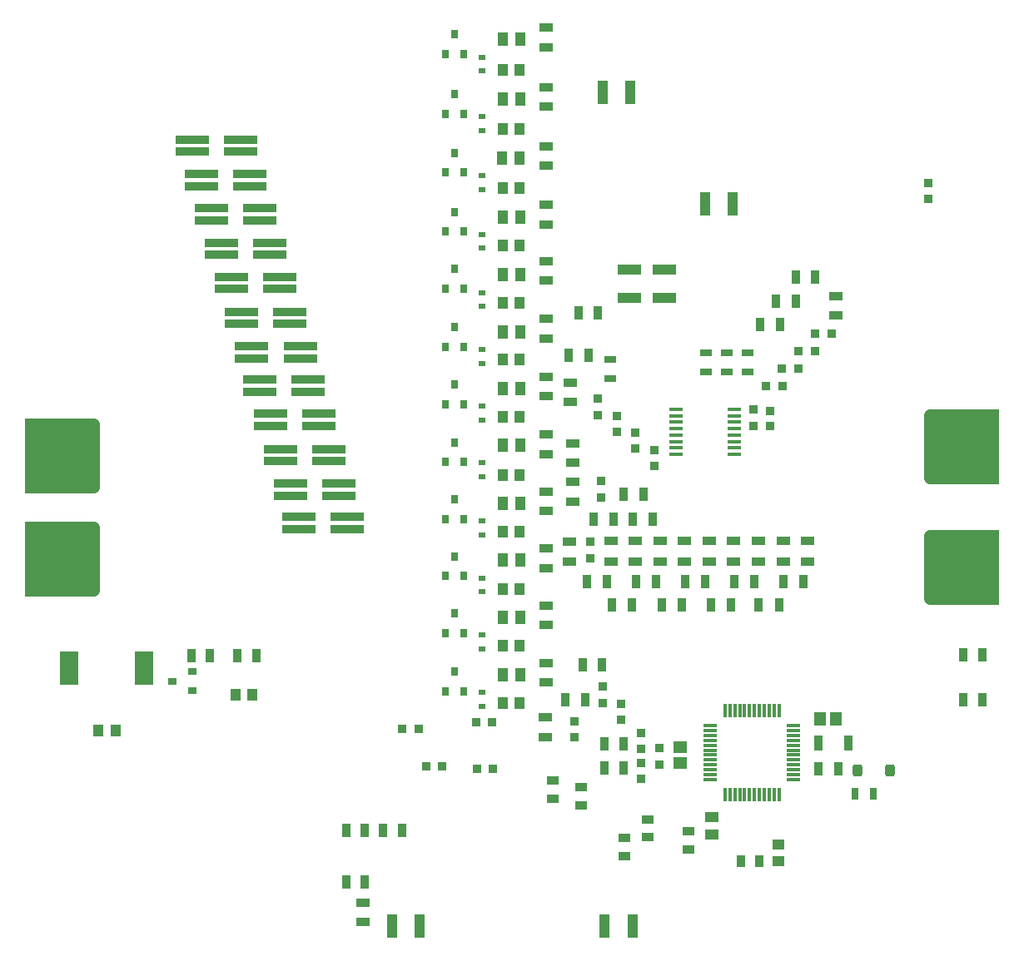
<source format=gtp>
G04 #@! TF.GenerationSoftware,KiCad,Pcbnew,7.0.10*
G04 #@! TF.CreationDate,2025-07-14T05:46:52-04:00*
G04 #@! TF.ProjectId,bms-board,626d732d-626f-4617-9264-2e6b69636164,rev?*
G04 #@! TF.SameCoordinates,Original*
G04 #@! TF.FileFunction,Paste,Top*
G04 #@! TF.FilePolarity,Positive*
%FSLAX46Y46*%
G04 Gerber Fmt 4.6, Leading zero omitted, Abs format (unit mm)*
G04 Created by KiCad (PCBNEW 7.0.10) date 2025-07-14 05:46:52*
%MOMM*%
%LPD*%
G01*
G04 APERTURE LIST*
G04 Aperture macros list*
%AMRoundRect*
0 Rectangle with rounded corners*
0 $1 Rounding radius*
0 $2 $3 $4 $5 $6 $7 $8 $9 X,Y pos of 4 corners*
0 Add a 4 corners polygon primitive as box body*
4,1,4,$2,$3,$4,$5,$6,$7,$8,$9,$2,$3,0*
0 Add four circle primitives for the rounded corners*
1,1,$1+$1,$2,$3*
1,1,$1+$1,$4,$5*
1,1,$1+$1,$6,$7*
1,1,$1+$1,$8,$9*
0 Add four rect primitives between the rounded corners*
20,1,$1+$1,$2,$3,$4,$5,0*
20,1,$1+$1,$4,$5,$6,$7,0*
20,1,$1+$1,$6,$7,$8,$9,0*
20,1,$1+$1,$8,$9,$2,$3,0*%
%AMFreePoly0*
4,1,19,-3.850000,3.850000,3.850000,3.850000,3.850000,-3.080000,3.834092,-3.235708,3.777857,-3.405416,3.684000,-3.557581,3.557581,-3.684000,3.405416,-3.777857,3.235708,-3.834092,3.080000,-3.850000,-3.080000,-3.850000,-3.235708,-3.834092,-3.405416,-3.777857,-3.557581,-3.684000,-3.684000,-3.557581,-3.777857,-3.405416,-3.834092,-3.235708,-3.850000,-3.080000,-3.850000,3.850000,-3.850000,3.850000,
$1*%
G04 Aperture macros list end*
%ADD10R,1.450000X0.950000*%
%ADD11R,1.397000X0.863600*%
%ADD12R,0.700000X1.300000*%
%ADD13R,0.863600X1.397000*%
%ADD14R,0.950000X1.450000*%
%ADD15R,3.352800X0.903200*%
%ADD16R,0.700000X0.600000*%
%ADD17R,1.016000X1.193800*%
%ADD18R,0.300000X1.475000*%
%ADD19R,1.475000X0.300000*%
%ADD20R,0.863600X1.244600*%
%ADD21R,2.489200X1.066800*%
%ADD22FreePoly0,90.000000*%
%ADD23R,0.965200X1.346200*%
%ADD24R,0.800000X0.900000*%
%ADD25R,1.244600X0.863600*%
%ADD26R,1.000000X1.400000*%
%ADD27R,0.889000X0.863600*%
%ADD28R,0.900000X0.800000*%
%ADD29R,0.920000X1.380000*%
%ADD30R,0.863600X0.889000*%
%ADD31RoundRect,0.242500X-0.242500X-0.367500X0.242500X-0.367500X0.242500X0.367500X-0.242500X0.367500X0*%
%ADD32R,1.470000X1.110000*%
%ADD33R,1.066800X2.489200*%
%ADD34R,1.300000X0.700000*%
%ADD35R,0.930000X0.890000*%
%ADD36R,1.409700X0.355600*%
%ADD37R,1.449997X1.305598*%
%ADD38R,1.193800X1.016000*%
%ADD39R,1.854200X3.403600*%
%ADD40R,0.855600X1.600000*%
%ADD41R,1.305598X1.449997*%
%ADD42R,1.380000X0.920000*%
%ADD43FreePoly0,270.000000*%
G04 APERTURE END LIST*
D10*
X139300000Y-122600000D03*
X139300000Y-120600000D03*
D11*
X148500000Y-102642600D03*
X148500000Y-104700000D03*
D12*
X170800000Y-128360000D03*
X172700000Y-128360000D03*
D13*
X161042600Y-109171300D03*
X163100000Y-109171300D03*
D14*
X161200000Y-80600000D03*
X163200000Y-80600000D03*
D10*
X139401800Y-87900000D03*
X139401800Y-85900000D03*
D14*
X141400000Y-118800000D03*
X143400000Y-118800000D03*
D15*
X107400000Y-77000000D03*
X107400000Y-75744200D03*
D16*
X132850900Y-107800000D03*
X132850900Y-106400000D03*
D17*
X136701800Y-78400000D03*
X135000000Y-78400000D03*
D18*
X163100000Y-119924000D03*
X162600000Y-119924000D03*
X162100000Y-119924000D03*
X161600000Y-119924000D03*
X161100000Y-119924000D03*
X160600000Y-119924000D03*
X160100000Y-119924000D03*
X159600000Y-119924000D03*
X159100000Y-119924000D03*
X158600000Y-119924000D03*
X158100000Y-119924000D03*
X157600000Y-119924000D03*
D19*
X156112000Y-121412000D03*
X156112000Y-121912000D03*
X156112000Y-122412000D03*
X156112000Y-122912000D03*
X156112000Y-123412000D03*
X156112000Y-123912000D03*
X156112000Y-124412000D03*
X156112000Y-124912000D03*
X156112000Y-125412000D03*
X156112000Y-125912000D03*
X156112000Y-126412000D03*
X156112000Y-126912000D03*
D18*
X157600000Y-128400000D03*
X158100000Y-128400000D03*
X158600000Y-128400000D03*
X159100000Y-128400000D03*
X159600000Y-128400000D03*
X160100000Y-128400000D03*
X160600000Y-128400000D03*
X161100000Y-128400000D03*
X161600000Y-128400000D03*
X162100000Y-128400000D03*
X162600000Y-128400000D03*
X163100000Y-128400000D03*
D19*
X164588000Y-126912000D03*
X164588000Y-126412000D03*
X164588000Y-125912000D03*
X164588000Y-125412000D03*
X164588000Y-124912000D03*
X164588000Y-124412000D03*
X164588000Y-123912000D03*
X164588000Y-123412000D03*
X164588000Y-122912000D03*
X164588000Y-122412000D03*
X164588000Y-121912000D03*
X164588000Y-121412000D03*
D20*
X161054200Y-135200000D03*
X159200000Y-135200000D03*
D14*
X147300000Y-125700000D03*
X145300000Y-125700000D03*
D21*
X147911200Y-75055200D03*
X147911200Y-77900000D03*
D10*
X168900000Y-77700000D03*
X168900000Y-79700000D03*
D21*
X151400000Y-75055200D03*
X151400000Y-77900000D03*
D22*
X90200000Y-104450000D03*
X90200000Y-93950000D03*
D13*
X146300000Y-100400000D03*
X144242600Y-100400000D03*
D15*
X103400000Y-63027900D03*
X103400000Y-61772100D03*
X117300000Y-94527900D03*
X117300000Y-93272100D03*
D23*
X119100000Y-132100000D03*
X120954200Y-132100000D03*
D15*
X113300000Y-80555800D03*
X113300000Y-79300000D03*
D24*
X129151600Y-112000000D03*
X131052000Y-112000000D03*
X130101800Y-110000000D03*
D25*
X153900000Y-132145800D03*
X153900000Y-134000000D03*
D26*
X135000000Y-104600000D03*
X136800000Y-104600000D03*
D27*
X142300000Y-122625500D03*
X142300000Y-120974500D03*
D15*
X115200000Y-87427900D03*
X115200000Y-86172100D03*
D28*
X103400000Y-117850200D03*
X103400000Y-115949800D03*
X101400000Y-116900000D03*
D29*
X183755000Y-114200000D03*
X181845000Y-114200000D03*
D13*
X149357400Y-97900000D03*
X147300000Y-97900000D03*
D30*
X126437500Y-121775000D03*
X124786500Y-121775000D03*
D15*
X111300000Y-73527900D03*
X111300000Y-72272100D03*
D10*
X139401800Y-105400000D03*
X139401800Y-103400000D03*
D31*
X171060000Y-125960000D03*
X174340000Y-125960000D03*
D14*
X162800000Y-78200000D03*
X164800000Y-78200000D03*
D25*
X140100000Y-127000000D03*
X140100000Y-128854200D03*
D13*
X146100000Y-109171300D03*
X148157400Y-109171300D03*
D26*
X135000000Y-110400000D03*
X136800000Y-110400000D03*
D10*
X139401800Y-82051000D03*
X139401800Y-80051000D03*
D17*
X109500000Y-118300000D03*
X107798200Y-118300000D03*
D23*
X119072900Y-137300000D03*
X120927100Y-137300000D03*
D27*
X145000000Y-98200000D03*
X145000000Y-96549000D03*
D11*
X151000000Y-102642600D03*
X151000000Y-104700000D03*
D27*
X150400000Y-95025500D03*
X150400000Y-93374500D03*
D14*
X142700000Y-79400000D03*
X144700000Y-79400000D03*
D32*
X156300000Y-130700000D03*
X156300000Y-132500000D03*
D16*
X132850900Y-113600000D03*
X132850900Y-112200000D03*
D25*
X149700000Y-132800000D03*
X149700000Y-130945800D03*
D10*
X139401800Y-111200000D03*
X139401800Y-109200000D03*
D17*
X136701800Y-119125000D03*
X135000000Y-119125000D03*
D15*
X109400000Y-84055800D03*
X109400000Y-82800000D03*
D27*
X148500000Y-93251000D03*
X148500000Y-91600000D03*
D26*
X135000000Y-75551000D03*
X136800000Y-75551000D03*
D13*
X163542600Y-106771300D03*
X165600000Y-106771300D03*
D14*
X164800000Y-75800000D03*
X166800000Y-75800000D03*
D17*
X136701800Y-84200000D03*
X135000000Y-84200000D03*
D26*
X135000000Y-51600000D03*
X136800000Y-51600000D03*
D29*
X183755000Y-118800000D03*
X181845000Y-118800000D03*
D13*
X148542600Y-106771300D03*
X150600000Y-106771300D03*
D16*
X132850900Y-119425000D03*
X132850900Y-118025000D03*
D11*
X158500000Y-102642600D03*
X158500000Y-104700000D03*
D10*
X141900000Y-88500000D03*
X141900000Y-86500000D03*
X139401800Y-64451000D03*
X139401800Y-62451000D03*
D17*
X136701800Y-113300000D03*
X135000000Y-113300000D03*
D33*
X126572400Y-141800000D03*
X123727600Y-141800000D03*
D11*
X153500000Y-102642600D03*
X153500000Y-104700000D03*
D15*
X104400000Y-66527900D03*
X104400000Y-65272100D03*
D24*
X129151600Y-117925000D03*
X131052000Y-117925000D03*
X130101800Y-115925000D03*
D15*
X108400000Y-80555800D03*
X108400000Y-79300000D03*
D25*
X147400000Y-132845800D03*
X147400000Y-134700000D03*
D34*
X155700000Y-85411000D03*
X155700000Y-83511000D03*
D27*
X150900000Y-123700000D03*
X150900000Y-125351000D03*
D26*
X135000000Y-81351000D03*
X136800000Y-81351000D03*
D11*
X146000000Y-102642600D03*
X146000000Y-104700000D03*
D33*
X145155200Y-57000000D03*
X148000000Y-57000000D03*
D26*
X135001800Y-116225000D03*
X136801800Y-116225000D03*
X135000000Y-69651000D03*
X136800000Y-69651000D03*
D15*
X114400000Y-84055800D03*
X114400000Y-82800000D03*
D24*
X129151600Y-59151000D03*
X131052000Y-59151000D03*
X130101800Y-57151000D03*
D17*
X136701800Y-101700000D03*
X135000000Y-101700000D03*
D10*
X139401800Y-70451000D03*
X139401800Y-68451000D03*
D13*
X156142600Y-109171300D03*
X158200000Y-109171300D03*
D14*
X169100000Y-125800000D03*
X167100000Y-125800000D03*
D15*
X112400000Y-94527900D03*
X112400000Y-93272100D03*
D27*
X145200000Y-119100000D03*
X145200000Y-117449000D03*
D30*
X127186500Y-125575000D03*
X128837500Y-125575000D03*
D10*
X139401800Y-99600000D03*
X139401800Y-97600000D03*
D23*
X103372900Y-114300000D03*
X105227100Y-114300000D03*
D15*
X106400000Y-73527900D03*
X106400000Y-72272100D03*
D17*
X136701800Y-54700000D03*
X135000000Y-54700000D03*
D14*
X141700000Y-83700000D03*
X143700000Y-83700000D03*
D13*
X153542600Y-106771300D03*
X155600000Y-106771300D03*
D24*
X129151600Y-106200000D03*
X131052000Y-106200000D03*
X130101800Y-104200000D03*
D30*
X165074500Y-83300000D03*
X166725500Y-83300000D03*
D35*
X162200000Y-89385500D03*
X162200000Y-90925500D03*
D10*
X142100000Y-94700000D03*
X142100000Y-92700000D03*
D17*
X136701800Y-66700000D03*
X135000000Y-66700000D03*
D36*
X152600000Y-89250002D03*
X152600000Y-89900000D03*
X152600000Y-90550002D03*
X152600000Y-91200000D03*
X152600000Y-91849999D03*
X152600000Y-92500000D03*
X152600000Y-93149999D03*
X152600000Y-93800000D03*
X158505500Y-93800000D03*
X158505500Y-93150002D03*
X158505500Y-92500000D03*
X158505500Y-91850002D03*
X158505500Y-91200003D03*
X158505500Y-90550002D03*
X158505500Y-89900003D03*
X158505500Y-89250002D03*
D17*
X136701800Y-107500000D03*
X135000000Y-107500000D03*
D24*
X129151600Y-94600000D03*
X131052000Y-94600000D03*
X130101800Y-92600000D03*
D30*
X161774500Y-86900000D03*
X163425500Y-86900000D03*
D29*
X124755000Y-132100000D03*
X122845000Y-132100000D03*
D17*
X95600000Y-121900000D03*
X93898200Y-121900000D03*
D30*
X163374500Y-85100000D03*
X165025500Y-85100000D03*
D24*
X129151600Y-71151000D03*
X131052000Y-71151000D03*
X130101800Y-69151000D03*
X129151600Y-76951000D03*
X131052000Y-76951000D03*
X130101800Y-74951000D03*
D17*
X136701800Y-95900000D03*
X135000000Y-95900000D03*
D15*
X112300000Y-77000000D03*
X112300000Y-75744200D03*
D26*
X135001800Y-92900000D03*
X136801800Y-92900000D03*
D13*
X143542600Y-106771300D03*
X145600000Y-106771300D03*
D10*
X139401800Y-76151000D03*
X139401800Y-74151000D03*
D14*
X143100000Y-115200000D03*
X145100000Y-115200000D03*
D15*
X116272100Y-90927900D03*
X116272100Y-89672100D03*
D26*
X134901800Y-63651000D03*
X136701800Y-63651000D03*
D15*
X111372100Y-90927900D03*
X111372100Y-89672100D03*
D16*
X132850900Y-72851000D03*
X132850900Y-71451000D03*
D27*
X149100000Y-123800000D03*
X149100000Y-122149000D03*
D15*
X118300000Y-98027900D03*
X118300000Y-96772100D03*
D27*
X178300000Y-66174500D03*
X178300000Y-67825500D03*
D37*
X153000000Y-125205598D03*
X153000000Y-123600000D03*
D34*
X157794500Y-85405500D03*
X157794500Y-83505500D03*
D15*
X114277600Y-101453657D03*
X114277600Y-100197857D03*
D24*
X129151600Y-88700000D03*
X131052000Y-88700000D03*
X130101800Y-86700000D03*
D27*
X144700000Y-89825500D03*
X144700000Y-88174500D03*
D10*
X139401800Y-52400000D03*
X139401800Y-50400000D03*
D24*
X129151600Y-100400000D03*
X131052000Y-100400000D03*
X130101800Y-98400000D03*
D10*
X139401800Y-58451000D03*
X139401800Y-56451000D03*
D17*
X136701800Y-72600000D03*
X135000000Y-72600000D03*
D15*
X109300000Y-66527900D03*
X109300000Y-65272100D03*
D27*
X143900000Y-104368100D03*
X143900000Y-102717100D03*
D38*
X163000000Y-135201800D03*
X163000000Y-133500000D03*
D10*
X141800000Y-104742600D03*
X141800000Y-102742600D03*
D15*
X105400000Y-70027900D03*
X105400000Y-68772100D03*
X108300000Y-63027900D03*
X108300000Y-61772100D03*
D25*
X143000000Y-127672900D03*
X143000000Y-129527100D03*
D13*
X151142600Y-109171300D03*
X153200000Y-109171300D03*
D26*
X135001800Y-87100000D03*
X136801800Y-87100000D03*
D39*
X98500000Y-115600000D03*
X90854600Y-115600000D03*
D33*
X155555200Y-68300000D03*
X158400000Y-68300000D03*
D16*
X132850900Y-90300000D03*
X132850900Y-88900000D03*
D14*
X147300000Y-123300000D03*
X145300000Y-123300000D03*
D27*
X149100000Y-125200000D03*
X149100000Y-126851000D03*
D15*
X110300000Y-70027900D03*
X110300000Y-68772100D03*
D16*
X132850900Y-60851000D03*
X132850900Y-59451000D03*
D15*
X110300000Y-87427900D03*
X110300000Y-86172100D03*
D24*
X129151600Y-82851000D03*
X131052000Y-82851000D03*
X130101800Y-80851000D03*
D34*
X145900000Y-84200000D03*
X145900000Y-86100000D03*
D27*
X160500000Y-89274500D03*
X160500000Y-90925500D03*
D10*
X139401800Y-117025000D03*
X139401800Y-115025000D03*
D17*
X136701800Y-60700000D03*
X135000000Y-60700000D03*
D40*
X170127801Y-123200000D03*
X167072199Y-123200000D03*
D15*
X119200000Y-101427257D03*
X119200000Y-100171457D03*
D13*
X148200000Y-100400000D03*
X150257400Y-100400000D03*
D41*
X168902799Y-120700000D03*
X167297201Y-120700000D03*
D11*
X156000000Y-102642600D03*
X156000000Y-104700000D03*
D24*
X129151600Y-65151000D03*
X131052000Y-65151000D03*
X130101800Y-63151000D03*
D11*
X166000000Y-102642600D03*
X166000000Y-104700000D03*
D42*
X120800000Y-139445000D03*
X120800000Y-141355000D03*
D10*
X142100000Y-98600000D03*
X142100000Y-96600000D03*
D33*
X148222400Y-141800000D03*
X145377600Y-141800000D03*
D16*
X132850900Y-66851000D03*
X132850900Y-65451000D03*
D27*
X147000000Y-119174500D03*
X147000000Y-120825500D03*
D30*
X132349000Y-125800000D03*
X134000000Y-125800000D03*
D10*
X139401800Y-93800000D03*
X139401800Y-91800000D03*
D30*
X166774500Y-81500000D03*
X168425500Y-81500000D03*
D24*
X129151600Y-53075300D03*
X131052000Y-53075300D03*
X130101800Y-51075300D03*
D26*
X135000000Y-57651000D03*
X136800000Y-57651000D03*
D11*
X163500000Y-102642600D03*
X163500000Y-104700000D03*
D16*
X132850900Y-84551000D03*
X132850900Y-83151000D03*
X132850900Y-78751000D03*
X132850900Y-77351000D03*
D13*
X158542600Y-106771300D03*
X160600000Y-106771300D03*
D43*
X181700000Y-93050000D03*
X181700000Y-105350000D03*
D17*
X136701800Y-90000000D03*
X135000000Y-90000000D03*
D34*
X159894500Y-85405500D03*
X159894500Y-83505500D03*
D27*
X146600000Y-91525500D03*
X146600000Y-89874500D03*
D11*
X161000000Y-102642600D03*
X161000000Y-104700000D03*
D26*
X135001800Y-98800000D03*
X136801800Y-98800000D03*
D16*
X132850900Y-54800000D03*
X132850900Y-53400000D03*
D15*
X113400000Y-98027900D03*
X113400000Y-96772100D03*
D30*
X132269302Y-121075000D03*
X133920302Y-121075000D03*
D16*
X132850900Y-96100000D03*
X132850900Y-94700000D03*
X132850900Y-102000000D03*
X132850900Y-100600000D03*
D14*
X109972886Y-114327100D03*
X107972886Y-114327100D03*
M02*

</source>
